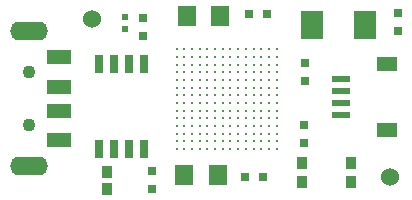
<source format=gbr>
%TF.GenerationSoftware,Altium Limited,Altium Designer,20.2.5 (213)*%
G04 Layer_Color=255*
%FSLAX26Y26*%
%MOIN*%
%TF.SameCoordinates,0FE6C2C3-B7F4-45EC-A48D-0F423D7CACB9*%
%TF.FilePolarity,Positive*%
%TF.FileFunction,Pads,Top*%
%TF.Part,Single*%
G01*
G75*
%TA.AperFunction,SMDPad,CuDef*%
%ADD10R,0.038189X0.039370*%
%ADD11R,0.031500X0.031500*%
%ADD12R,0.019685X0.023622*%
%ADD13R,0.059055X0.023622*%
%ADD14R,0.070866X0.047244*%
%ADD15R,0.035433X0.039370*%
%ADD16R,0.074803X0.094488*%
%ADD17R,0.027559X0.064961*%
%ADD18R,0.031500X0.031500*%
%ADD19R,0.062990X0.070980*%
%TA.AperFunction,BGAPad,CuDef*%
%ADD20C,0.009449*%
%TA.AperFunction,ConnectorPad*%
%ADD21R,0.078740X0.047244*%
%TA.AperFunction,ViaPad*%
%ADD24C,0.060000*%
%TA.AperFunction,ComponentPad*%
%ADD25C,0.043307*%
%ADD26O,0.125984X0.062992*%
D10*
X1790000Y1558064D02*
D03*
Y1615938D02*
D03*
D11*
X1940000Y1619000D02*
D03*
Y1559000D02*
D03*
X1910000Y2130000D02*
D03*
Y2070000D02*
D03*
X2449000Y1714000D02*
D03*
Y1774000D02*
D03*
X2760000Y2145000D02*
D03*
Y2085000D02*
D03*
X2452000Y1919000D02*
D03*
Y1979000D02*
D03*
D12*
X1852000Y2132686D02*
D03*
Y2093316D02*
D03*
D13*
X2571456Y1845552D02*
D03*
Y1884922D02*
D03*
Y1806182D02*
D03*
Y1924292D02*
D03*
D14*
X2725000Y1755000D02*
D03*
Y1975472D02*
D03*
D15*
X2602708Y1644496D02*
D03*
Y1581504D02*
D03*
X2441292D02*
D03*
Y1644496D02*
D03*
D16*
X2651582Y2107000D02*
D03*
X2474418D02*
D03*
D17*
X1765000Y1691496D02*
D03*
X1815000D02*
D03*
X1865000D02*
D03*
X1915000D02*
D03*
Y1974960D02*
D03*
X1865000D02*
D03*
X1815000D02*
D03*
X1765000D02*
D03*
D18*
X2323000Y2143000D02*
D03*
X2263000D02*
D03*
X2310000Y1600000D02*
D03*
X2250000D02*
D03*
D19*
X2049020Y1605000D02*
D03*
X2160980D02*
D03*
X2167980Y2137000D02*
D03*
X2056020D02*
D03*
D20*
X2356051Y2024985D02*
D03*
Y1999395D02*
D03*
Y1973805D02*
D03*
Y1948213D02*
D03*
Y1922623D02*
D03*
Y1897033D02*
D03*
Y1871441D02*
D03*
Y1845851D02*
D03*
Y1820261D02*
D03*
Y1794671D02*
D03*
Y1769079D02*
D03*
Y1743489D02*
D03*
Y1717899D02*
D03*
Y1692307D02*
D03*
X2330461Y2024985D02*
D03*
Y1999395D02*
D03*
Y1973805D02*
D03*
Y1948213D02*
D03*
Y1922623D02*
D03*
Y1897033D02*
D03*
Y1871441D02*
D03*
Y1845851D02*
D03*
Y1820261D02*
D03*
Y1794671D02*
D03*
Y1769079D02*
D03*
Y1743489D02*
D03*
Y1717899D02*
D03*
Y1692307D02*
D03*
X2304871Y2024985D02*
D03*
Y1999395D02*
D03*
Y1973805D02*
D03*
Y1948213D02*
D03*
Y1922623D02*
D03*
Y1897033D02*
D03*
Y1871441D02*
D03*
Y1845851D02*
D03*
Y1820261D02*
D03*
Y1794671D02*
D03*
Y1769079D02*
D03*
Y1743489D02*
D03*
Y1717899D02*
D03*
Y1692307D02*
D03*
X2279281Y2024985D02*
D03*
Y1999395D02*
D03*
Y1973805D02*
D03*
Y1948213D02*
D03*
Y1922623D02*
D03*
Y1897033D02*
D03*
Y1871441D02*
D03*
Y1845851D02*
D03*
Y1820261D02*
D03*
Y1794671D02*
D03*
Y1769079D02*
D03*
Y1743489D02*
D03*
Y1717899D02*
D03*
Y1692307D02*
D03*
X2253689Y2024985D02*
D03*
Y1999395D02*
D03*
Y1973805D02*
D03*
Y1948213D02*
D03*
Y1922623D02*
D03*
Y1897033D02*
D03*
Y1871441D02*
D03*
Y1845851D02*
D03*
Y1820261D02*
D03*
Y1794671D02*
D03*
Y1769079D02*
D03*
Y1743489D02*
D03*
Y1717899D02*
D03*
Y1692307D02*
D03*
X2228099Y2024985D02*
D03*
Y1999395D02*
D03*
Y1973805D02*
D03*
Y1948213D02*
D03*
Y1922623D02*
D03*
Y1897033D02*
D03*
Y1871441D02*
D03*
Y1845851D02*
D03*
Y1820261D02*
D03*
Y1794671D02*
D03*
Y1769079D02*
D03*
Y1743489D02*
D03*
Y1717899D02*
D03*
Y1692307D02*
D03*
X2202509Y2024985D02*
D03*
Y1999395D02*
D03*
Y1973805D02*
D03*
Y1948213D02*
D03*
Y1922623D02*
D03*
Y1897033D02*
D03*
Y1871441D02*
D03*
Y1845851D02*
D03*
Y1820261D02*
D03*
Y1794671D02*
D03*
Y1769079D02*
D03*
Y1743489D02*
D03*
Y1717899D02*
D03*
Y1692307D02*
D03*
X2176917Y2024985D02*
D03*
Y1999395D02*
D03*
Y1973805D02*
D03*
Y1948213D02*
D03*
Y1922623D02*
D03*
Y1897033D02*
D03*
Y1871441D02*
D03*
Y1845851D02*
D03*
Y1820261D02*
D03*
Y1794671D02*
D03*
Y1769079D02*
D03*
Y1743489D02*
D03*
Y1717899D02*
D03*
Y1692307D02*
D03*
X2151327Y2024985D02*
D03*
Y1999395D02*
D03*
Y1973805D02*
D03*
Y1948213D02*
D03*
Y1922623D02*
D03*
Y1897033D02*
D03*
Y1871441D02*
D03*
Y1845851D02*
D03*
Y1820261D02*
D03*
Y1794671D02*
D03*
Y1769079D02*
D03*
Y1743489D02*
D03*
Y1717899D02*
D03*
Y1692307D02*
D03*
X2125737Y2024985D02*
D03*
Y1999395D02*
D03*
Y1973805D02*
D03*
Y1948213D02*
D03*
Y1922623D02*
D03*
Y1897033D02*
D03*
Y1871441D02*
D03*
Y1845851D02*
D03*
Y1820261D02*
D03*
Y1794671D02*
D03*
Y1769079D02*
D03*
Y1743489D02*
D03*
Y1717899D02*
D03*
Y1692307D02*
D03*
X2100147Y2024985D02*
D03*
Y1999395D02*
D03*
Y1973805D02*
D03*
Y1948213D02*
D03*
Y1922623D02*
D03*
Y1897033D02*
D03*
Y1871441D02*
D03*
Y1845851D02*
D03*
Y1820261D02*
D03*
Y1794671D02*
D03*
Y1769079D02*
D03*
Y1743489D02*
D03*
Y1717899D02*
D03*
Y1692307D02*
D03*
X2074555Y2024985D02*
D03*
X2048965D02*
D03*
X2023375D02*
D03*
X2074555Y1999395D02*
D03*
Y1973805D02*
D03*
Y1948213D02*
D03*
Y1922623D02*
D03*
Y1897033D02*
D03*
Y1871441D02*
D03*
Y1845851D02*
D03*
Y1820261D02*
D03*
Y1794671D02*
D03*
Y1769079D02*
D03*
Y1743489D02*
D03*
Y1717899D02*
D03*
Y1692307D02*
D03*
X2048965Y1999395D02*
D03*
Y1973805D02*
D03*
Y1948213D02*
D03*
Y1922623D02*
D03*
Y1897033D02*
D03*
Y1871441D02*
D03*
Y1845851D02*
D03*
Y1820261D02*
D03*
Y1794671D02*
D03*
Y1769079D02*
D03*
Y1743489D02*
D03*
Y1717899D02*
D03*
Y1692307D02*
D03*
X2023375Y1999395D02*
D03*
Y1973805D02*
D03*
Y1948213D02*
D03*
Y1922623D02*
D03*
Y1897033D02*
D03*
Y1871441D02*
D03*
Y1845851D02*
D03*
Y1820261D02*
D03*
Y1794671D02*
D03*
Y1769079D02*
D03*
Y1743489D02*
D03*
Y1717899D02*
D03*
Y1692307D02*
D03*
D21*
X1632362Y1997796D02*
D03*
Y1722204D02*
D03*
Y1899370D02*
D03*
Y1820630D02*
D03*
D24*
X2733000Y1600000D02*
D03*
X1741000Y2127000D02*
D03*
D25*
X1530000Y1948582D02*
D03*
Y1771418D02*
D03*
D26*
Y2084410D02*
D03*
Y1635590D02*
D03*
%TF.MD5,bd8053897a926d08a0bfb95641751bd8*%
M02*

</source>
